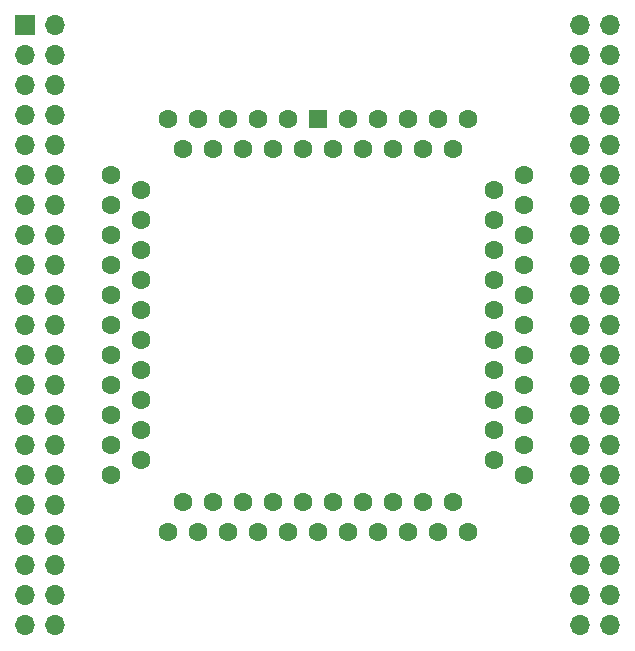
<source format=gbr>
%TF.GenerationSoftware,KiCad,Pcbnew,8.0.7*%
%TF.CreationDate,2025-02-20T01:00:11-06:00*%
%TF.ProjectId,PLCC-84-Test-Socket-Adapter,504c4343-2d38-4342-9d54-6573742d536f,v1.0*%
%TF.SameCoordinates,Original*%
%TF.FileFunction,Copper,L1,Top*%
%TF.FilePolarity,Positive*%
%FSLAX46Y46*%
G04 Gerber Fmt 4.6, Leading zero omitted, Abs format (unit mm)*
G04 Created by KiCad (PCBNEW 8.0.7) date 2025-02-20 01:00:11*
%MOMM*%
%LPD*%
G01*
G04 APERTURE LIST*
%TA.AperFunction,ComponentPad*%
%ADD10R,1.600000X1.600000*%
%TD*%
%TA.AperFunction,ComponentPad*%
%ADD11C,1.600000*%
%TD*%
%TA.AperFunction,ComponentPad*%
%ADD12O,1.700000X1.700000*%
%TD*%
%TA.AperFunction,ComponentPad*%
%ADD13R,1.700000X1.700000*%
%TD*%
G04 APERTURE END LIST*
D10*
%TO.P,U1,1,INPUT/GCLR*%
%TO.N,/Pin1*%
X160020000Y-76495000D03*
D11*
%TO.P,U1,2,INPUT/OE2/GCLK2*%
%TO.N,/Pin2*%
X158750000Y-79035000D03*
%TO.P,U1,3,VCCINT*%
%TO.N,/Pin3*%
X157480000Y-76495000D03*
%TO.P,U1,4,I/O*%
%TO.N,/Pin4*%
X156210000Y-79035000D03*
%TO.P,U1,5,I/O*%
%TO.N,/Pin5*%
X154940000Y-76495000D03*
%TO.P,U1,6,I/O*%
%TO.N,/Pin6*%
X153670000Y-79035000D03*
%TO.P,U1,7,GND*%
%TO.N,/Pin7*%
X152400000Y-76495000D03*
%TO.P,U1,8,I/O*%
%TO.N,/Pin8*%
X151130000Y-79035000D03*
%TO.P,U1,9,I/O*%
%TO.N,/Pin9*%
X149860000Y-76495000D03*
%TO.P,U1,10,I/O*%
%TO.N,/Pin10*%
X148590000Y-79035000D03*
%TO.P,U1,11,I/O*%
%TO.N,/Pin11*%
X147320000Y-76495000D03*
%TO.P,U1,12,I/O/PD1*%
%TO.N,/Pin12*%
X142535000Y-81280000D03*
%TO.P,U1,13,VCCIO*%
%TO.N,/Pin13*%
X145075000Y-82550000D03*
%TO.P,U1,14,I/O/TDI*%
%TO.N,/Pin14*%
X142535000Y-83820000D03*
%TO.P,U1,15,I/O*%
%TO.N,/Pin15*%
X145075000Y-85090000D03*
%TO.P,U1,16,I/O*%
%TO.N,/Pin16*%
X142535000Y-86360000D03*
%TO.P,U1,17,I/O*%
%TO.N,/Pin17*%
X145075000Y-87630000D03*
%TO.P,U1,18,I/O*%
%TO.N,/Pin18*%
X142535000Y-88900000D03*
%TO.P,U1,19,GND*%
%TO.N,/Pin19*%
X145075000Y-90170000D03*
%TO.P,U1,20,I/O*%
%TO.N,/Pin20*%
X142535000Y-91440000D03*
%TO.P,U1,21,I/O*%
%TO.N,/Pin21*%
X145075000Y-92710000D03*
%TO.P,U1,22,I/O*%
%TO.N,/Pin22*%
X142535000Y-93980000D03*
%TO.P,U1,23,I/O/TMS*%
%TO.N,/Pin23*%
X145075000Y-95250000D03*
%TO.P,U1,24,I/O*%
%TO.N,/Pin24*%
X142535000Y-96520000D03*
%TO.P,U1,25,I/O*%
%TO.N,/Pin25*%
X145075000Y-97790000D03*
%TO.P,U1,26,VCCIO*%
%TO.N,/Pin26*%
X142535000Y-99060000D03*
%TO.P,U1,27,I/O*%
%TO.N,/Pin27*%
X145075000Y-100330000D03*
%TO.P,U1,28,I/O*%
%TO.N,/Pin28*%
X142535000Y-101600000D03*
%TO.P,U1,29,I/O*%
%TO.N,/Pin29*%
X145075000Y-102870000D03*
%TO.P,U1,30,I/O*%
%TO.N,/Pin30*%
X142535000Y-104140000D03*
%TO.P,U1,31,I/O*%
%TO.N,/Pin31*%
X145075000Y-105410000D03*
%TO.P,U1,32,GND*%
%TO.N,/Pin32*%
X142535000Y-106680000D03*
%TO.P,U1,33,I/O*%
%TO.N,/Pin33*%
X147320000Y-111465000D03*
%TO.P,U1,34,I/O*%
%TO.N,/Pin34*%
X148590000Y-108925000D03*
%TO.P,U1,35,I/O*%
%TO.N,/Pin35*%
X149860000Y-111465000D03*
%TO.P,U1,36,I/O*%
%TO.N,/Pin36*%
X151130000Y-108925000D03*
%TO.P,U1,37,I/O*%
%TO.N,/Pin37*%
X152400000Y-111465000D03*
%TO.P,U1,38,VCCIO*%
%TO.N,/Pin38*%
X153670000Y-108925000D03*
%TO.P,U1,39,I/O*%
%TO.N,/Pin39*%
X154940000Y-111465000D03*
%TO.P,U1,40,I/O*%
%TO.N,/Pin40*%
X156210000Y-108925000D03*
%TO.P,U1,41,I/O*%
%TO.N,/Pin41*%
X157480000Y-111465000D03*
%TO.P,U1,42,GND*%
%TO.N,/Pin42*%
X158750000Y-108925000D03*
%TO.P,U1,43,VCCINT*%
%TO.N,/Pin43*%
X160020000Y-111465000D03*
%TO.P,U1,44,I/O*%
%TO.N,/Pin44*%
X161290000Y-108925000D03*
%TO.P,U1,45,I/O/PD2*%
%TO.N,/Pin45*%
X162560000Y-111465000D03*
%TO.P,U1,46,I/O*%
%TO.N,/Pin46*%
X163830000Y-108925000D03*
%TO.P,U1,47,GND*%
%TO.N,/Pin47*%
X165100000Y-111465000D03*
%TO.P,U1,48,I/O*%
%TO.N,/Pin48*%
X166370000Y-108925000D03*
%TO.P,U1,49,I/O*%
%TO.N,/Pin49*%
X167640000Y-111465000D03*
%TO.P,U1,50,I/O*%
%TO.N,/Pin50*%
X168910000Y-108925000D03*
%TO.P,U1,51,I/O*%
%TO.N,/Pin51*%
X170180000Y-111465000D03*
%TO.P,U1,52,I/O*%
%TO.N,/Pin52*%
X171450000Y-108925000D03*
%TO.P,U1,53,VCCIO*%
%TO.N,/Pin53*%
X172720000Y-111465000D03*
%TO.P,U1,54,I/O*%
%TO.N,/Pin54*%
X177505000Y-106680000D03*
%TO.P,U1,55,I/O*%
%TO.N,/Pin55*%
X174965000Y-105410000D03*
%TO.P,U1,56,I/O*%
%TO.N,/Pin56*%
X177505000Y-104140000D03*
%TO.P,U1,57,I/O*%
%TO.N,/Pin57*%
X174965000Y-102870000D03*
%TO.P,U1,58,I/O*%
%TO.N,/Pin58*%
X177505000Y-101600000D03*
%TO.P,U1,59,GND*%
%TO.N,/Pin59*%
X174965000Y-100330000D03*
%TO.P,U1,60,I/O*%
%TO.N,/Pin60*%
X177505000Y-99060000D03*
%TO.P,U1,61,I/O*%
%TO.N,/Pin61*%
X174965000Y-97790000D03*
%TO.P,U1,62,I/O/TCK*%
%TO.N,/Pin62*%
X177505000Y-96520000D03*
%TO.P,U1,63,I/O*%
%TO.N,/Pin63*%
X174965000Y-95250000D03*
%TO.P,U1,64,I/O*%
%TO.N,/Pin64*%
X177505000Y-93980000D03*
%TO.P,U1,65,I/O*%
%TO.N,/Pin65*%
X174965000Y-92710000D03*
%TO.P,U1,66,VCCIO*%
%TO.N,/Pin66*%
X177505000Y-91440000D03*
%TO.P,U1,67,I/O*%
%TO.N,/Pin67*%
X174965000Y-90170000D03*
%TO.P,U1,68,I/O*%
%TO.N,/Pin68*%
X177505000Y-88900000D03*
%TO.P,U1,69,I/O*%
%TO.N,/Pin69*%
X174965000Y-87630000D03*
%TO.P,U1,70,I/O*%
%TO.N,/Pin70*%
X177505000Y-86360000D03*
%TO.P,U1,71,I/O/TDO*%
%TO.N,/Pin71*%
X174965000Y-85090000D03*
%TO.P,U1,72,GND*%
%TO.N,/Pin72*%
X177505000Y-83820000D03*
%TO.P,U1,73,I/O*%
%TO.N,/Pin73*%
X174965000Y-82550000D03*
%TO.P,U1,74,I/O*%
%TO.N,/Pin74*%
X177505000Y-81280000D03*
%TO.P,U1,75,I/O*%
%TO.N,/Pin75*%
X172720000Y-76495000D03*
%TO.P,U1,76,I/O*%
%TO.N,/Pin76*%
X171450000Y-79035000D03*
%TO.P,U1,77,I/O*%
%TO.N,/Pin77*%
X170180000Y-76495000D03*
%TO.P,U1,78,VCCIO*%
%TO.N,/Pin78*%
X168910000Y-79035000D03*
%TO.P,U1,79,I/O*%
%TO.N,/Pin79*%
X167640000Y-76495000D03*
%TO.P,U1,80,I/O*%
%TO.N,/Pin80*%
X166370000Y-79035000D03*
%TO.P,U1,81,I/O/GCLK3*%
%TO.N,/Pin81*%
X165100000Y-76495000D03*
%TO.P,U1,82,GND*%
%TO.N,/Pin82*%
X163830000Y-79035000D03*
%TO.P,U1,83,INPUT/GCLK1*%
%TO.N,/Pin83*%
X162560000Y-76495000D03*
%TO.P,U1,84,INPUT/OE1*%
%TO.N,/Pin84*%
X161290000Y-79035000D03*
%TD*%
D12*
%TO.P,J1,1,Pin_1*%
%TO.N,/Pin2*%
X137795000Y-68580000D03*
D13*
%TO.P,J1,2,Pin_2*%
%TO.N,/Pin1*%
X135255000Y-68580000D03*
D12*
%TO.P,J1,3,Pin_3*%
%TO.N,/Pin4*%
X137795000Y-71120000D03*
%TO.P,J1,4,Pin_4*%
%TO.N,/Pin3*%
X135255000Y-71120000D03*
%TO.P,J1,5,Pin_5*%
%TO.N,/Pin6*%
X137795000Y-73660000D03*
%TO.P,J1,6,Pin_6*%
%TO.N,/Pin5*%
X135255000Y-73660000D03*
%TO.P,J1,7,Pin_7*%
%TO.N,/Pin8*%
X137795000Y-76200000D03*
%TO.P,J1,8,Pin_8*%
%TO.N,/Pin7*%
X135255000Y-76200000D03*
%TO.P,J1,9,Pin_9*%
%TO.N,/Pin10*%
X137795000Y-78740000D03*
%TO.P,J1,10,Pin_10*%
%TO.N,/Pin9*%
X135255000Y-78740000D03*
%TO.P,J1,11,Pin_11*%
%TO.N,/Pin12*%
X137795000Y-81280000D03*
%TO.P,J1,12,Pin_12*%
%TO.N,/Pin11*%
X135255000Y-81280000D03*
%TO.P,J1,13,Pin_13*%
%TO.N,/Pin14*%
X137795000Y-83820000D03*
%TO.P,J1,14,Pin_14*%
%TO.N,/Pin13*%
X135255000Y-83820000D03*
%TO.P,J1,15,Pin_15*%
%TO.N,/Pin16*%
X137795000Y-86360000D03*
%TO.P,J1,16,Pin_16*%
%TO.N,/Pin15*%
X135255000Y-86360000D03*
%TO.P,J1,17,Pin_17*%
%TO.N,/Pin18*%
X137795000Y-88900000D03*
%TO.P,J1,18,Pin_18*%
%TO.N,/Pin17*%
X135255000Y-88900000D03*
%TO.P,J1,19,Pin_19*%
%TO.N,/Pin20*%
X137795000Y-91440000D03*
%TO.P,J1,20,Pin_20*%
%TO.N,/Pin19*%
X135255000Y-91440000D03*
%TO.P,J1,21,Pin_21*%
%TO.N,/Pin22*%
X137795000Y-93980000D03*
%TO.P,J1,22,Pin_22*%
%TO.N,/Pin21*%
X135255000Y-93980000D03*
%TO.P,J1,23,Pin_23*%
%TO.N,/Pin24*%
X137795000Y-96520000D03*
%TO.P,J1,24,Pin_24*%
%TO.N,/Pin23*%
X135255000Y-96520000D03*
%TO.P,J1,25,Pin_25*%
%TO.N,/Pin26*%
X137795000Y-99060000D03*
%TO.P,J1,26,Pin_26*%
%TO.N,/Pin25*%
X135255000Y-99060000D03*
%TO.P,J1,27,Pin_27*%
%TO.N,/Pin28*%
X137795000Y-101600000D03*
%TO.P,J1,28,Pin_28*%
%TO.N,/Pin27*%
X135255000Y-101600000D03*
%TO.P,J1,29,Pin_29*%
%TO.N,/Pin30*%
X137795000Y-104140000D03*
%TO.P,J1,30,Pin_30*%
%TO.N,/Pin29*%
X135255000Y-104140000D03*
%TO.P,J1,31,Pin_31*%
%TO.N,/Pin32*%
X137795000Y-106680000D03*
%TO.P,J1,32,Pin_32*%
%TO.N,/Pin31*%
X135255000Y-106680000D03*
%TO.P,J1,33,Pin_33*%
%TO.N,/Pin34*%
X137795000Y-109220000D03*
%TO.P,J1,34,Pin_34*%
%TO.N,/Pin33*%
X135255000Y-109220000D03*
%TO.P,J1,35,Pin_35*%
%TO.N,/Pin36*%
X137795000Y-111760000D03*
%TO.P,J1,36,Pin_36*%
%TO.N,/Pin35*%
X135255000Y-111760000D03*
%TO.P,J1,37,Pin_37*%
%TO.N,/Pin38*%
X137795000Y-114300000D03*
%TO.P,J1,38,Pin_38*%
%TO.N,/Pin37*%
X135255000Y-114300000D03*
%TO.P,J1,39,Pin_39*%
%TO.N,/Pin40*%
X137795000Y-116840000D03*
%TO.P,J1,40,Pin_40*%
%TO.N,/Pin39*%
X135255000Y-116840000D03*
%TO.P,J1,41,Pin_41*%
%TO.N,/Pin42*%
X137795000Y-119380000D03*
%TO.P,J1,42,Pin_42*%
%TO.N,/Pin41*%
X135255000Y-119380000D03*
%TD*%
%TO.P,J2,1,Pin_1*%
%TO.N,/Pin84*%
X184785000Y-68580000D03*
%TO.P,J2,2,Pin_2*%
%TO.N,/Pin83*%
X182245000Y-68580000D03*
%TO.P,J2,3,Pin_3*%
%TO.N,/Pin82*%
X184785000Y-71120000D03*
%TO.P,J2,4,Pin_4*%
%TO.N,/Pin81*%
X182245000Y-71120000D03*
%TO.P,J2,5,Pin_5*%
%TO.N,/Pin80*%
X184785000Y-73660000D03*
%TO.P,J2,6,Pin_6*%
%TO.N,/Pin79*%
X182245000Y-73660000D03*
%TO.P,J2,7,Pin_7*%
%TO.N,/Pin78*%
X184785000Y-76200000D03*
%TO.P,J2,8,Pin_8*%
%TO.N,/Pin77*%
X182245000Y-76200000D03*
%TO.P,J2,9,Pin_9*%
%TO.N,/Pin76*%
X184785000Y-78740000D03*
%TO.P,J2,10,Pin_10*%
%TO.N,/Pin75*%
X182245000Y-78740000D03*
%TO.P,J2,11,Pin_11*%
%TO.N,/Pin74*%
X184785000Y-81280000D03*
%TO.P,J2,12,Pin_12*%
%TO.N,/Pin73*%
X182245000Y-81280000D03*
%TO.P,J2,13,Pin_13*%
%TO.N,/Pin72*%
X184785000Y-83820000D03*
%TO.P,J2,14,Pin_14*%
%TO.N,/Pin71*%
X182245000Y-83820000D03*
%TO.P,J2,15,Pin_15*%
%TO.N,/Pin70*%
X184785000Y-86360000D03*
%TO.P,J2,16,Pin_16*%
%TO.N,/Pin69*%
X182245000Y-86360000D03*
%TO.P,J2,17,Pin_17*%
%TO.N,/Pin68*%
X184785000Y-88900000D03*
%TO.P,J2,18,Pin_18*%
%TO.N,/Pin67*%
X182245000Y-88900000D03*
%TO.P,J2,19,Pin_19*%
%TO.N,/Pin66*%
X184785000Y-91440000D03*
%TO.P,J2,20,Pin_20*%
%TO.N,/Pin65*%
X182245000Y-91440000D03*
%TO.P,J2,21,Pin_21*%
%TO.N,/Pin64*%
X184785000Y-93980000D03*
%TO.P,J2,22,Pin_22*%
%TO.N,/Pin63*%
X182245000Y-93980000D03*
%TO.P,J2,23,Pin_23*%
%TO.N,/Pin62*%
X184785000Y-96520000D03*
%TO.P,J2,24,Pin_24*%
%TO.N,/Pin61*%
X182245000Y-96520000D03*
%TO.P,J2,25,Pin_25*%
%TO.N,/Pin60*%
X184785000Y-99060000D03*
%TO.P,J2,26,Pin_26*%
%TO.N,/Pin59*%
X182245000Y-99060000D03*
%TO.P,J2,27,Pin_27*%
%TO.N,/Pin58*%
X184785000Y-101600000D03*
%TO.P,J2,28,Pin_28*%
%TO.N,/Pin57*%
X182245000Y-101600000D03*
%TO.P,J2,29,Pin_29*%
%TO.N,/Pin56*%
X184785000Y-104140000D03*
%TO.P,J2,30,Pin_30*%
%TO.N,/Pin55*%
X182245000Y-104140000D03*
%TO.P,J2,31,Pin_31*%
%TO.N,/Pin54*%
X184785000Y-106680000D03*
%TO.P,J2,32,Pin_32*%
%TO.N,/Pin53*%
X182245000Y-106680000D03*
%TO.P,J2,33,Pin_33*%
%TO.N,/Pin52*%
X184785000Y-109220000D03*
%TO.P,J2,34,Pin_34*%
%TO.N,/Pin51*%
X182245000Y-109220000D03*
%TO.P,J2,35,Pin_35*%
%TO.N,/Pin50*%
X184785000Y-111760000D03*
%TO.P,J2,36,Pin_36*%
%TO.N,/Pin49*%
X182245000Y-111760000D03*
%TO.P,J2,37,Pin_37*%
%TO.N,/Pin48*%
X184785000Y-114300000D03*
%TO.P,J2,38,Pin_38*%
%TO.N,/Pin47*%
X182245000Y-114300000D03*
%TO.P,J2,39,Pin_39*%
%TO.N,/Pin46*%
X184785000Y-116840000D03*
%TO.P,J2,40,Pin_40*%
%TO.N,/Pin45*%
X182245000Y-116840000D03*
%TO.P,J2,41,Pin_41*%
%TO.N,/Pin44*%
X184785000Y-119380000D03*
%TO.P,J2,42,Pin_42*%
%TO.N,/Pin43*%
X182245000Y-119380000D03*
%TD*%
M02*

</source>
